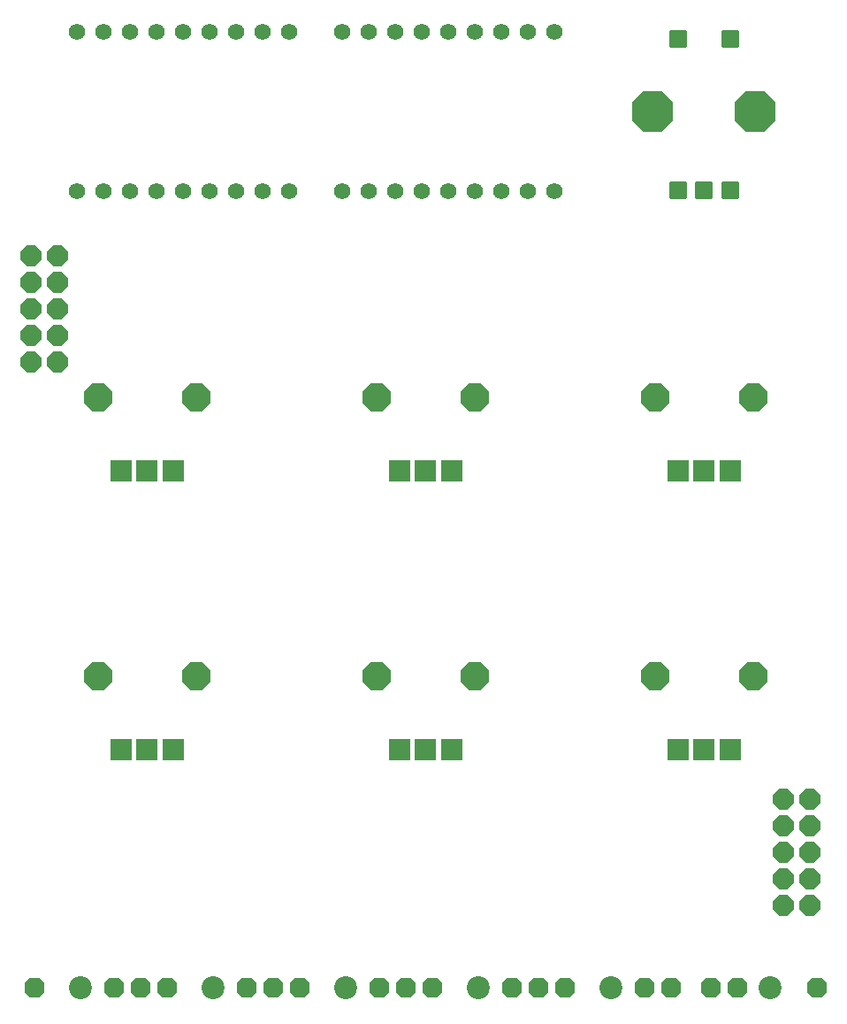
<source format=gbr>
%TF.GenerationSoftware,KiCad,Pcbnew,(6.0.11-0)*%
%TF.CreationDate,2023-03-06T23:16:56+01:00*%
%TF.ProjectId,braids,62726169-6473-42e6-9b69-6361645f7063,rev?*%
%TF.SameCoordinates,Original*%
%TF.FileFunction,Soldermask,Bot*%
%TF.FilePolarity,Negative*%
%FSLAX46Y46*%
G04 Gerber Fmt 4.6, Leading zero omitted, Abs format (unit mm)*
G04 Created by KiCad (PCBNEW (6.0.11-0)) date 2023-03-06 23:16:56*
%MOMM*%
%LPD*%
G01*
G04 APERTURE LIST*
G04 Aperture macros list*
%AMRoundRect*
0 Rectangle with rounded corners*
0 $1 Rounding radius*
0 $2 $3 $4 $5 $6 $7 $8 $9 X,Y pos of 4 corners*
0 Add a 4 corners polygon primitive as box body*
4,1,4,$2,$3,$4,$5,$6,$7,$8,$9,$2,$3,0*
0 Add four circle primitives for the rounded corners*
1,1,$1+$1,$2,$3*
1,1,$1+$1,$4,$5*
1,1,$1+$1,$6,$7*
1,1,$1+$1,$8,$9*
0 Add four rect primitives between the rounded corners*
20,1,$1+$1,$2,$3,$4,$5,0*
20,1,$1+$1,$4,$5,$6,$7,0*
20,1,$1+$1,$6,$7,$8,$9,0*
20,1,$1+$1,$8,$9,$2,$3,0*%
%AMFreePoly0*
4,1,25,0.575031,1.328373,0.579933,1.323882,1.323882,0.579933,1.345910,0.532692,1.346200,0.526051,1.346200,-0.526051,1.328373,-0.575031,1.323882,-0.579933,0.579933,-1.323882,0.532692,-1.345910,0.526051,-1.346200,-0.526051,-1.346200,-0.575031,-1.328373,-0.579933,-1.323882,-1.323882,-0.579933,-1.345910,-0.532692,-1.346200,-0.526051,-1.346200,0.526051,-1.328373,0.575031,-1.323882,0.579933,
-0.579933,1.323882,-0.532692,1.345910,-0.526051,1.346200,0.526051,1.346200,0.575031,1.328373,0.575031,1.328373,$1*%
%AMFreePoly1*
4,1,25,0.417216,0.947373,0.422118,0.942882,0.942882,0.422118,0.964910,0.374877,0.965200,0.368236,0.965200,-0.368236,0.947373,-0.417216,0.942882,-0.422118,0.422118,-0.942882,0.374877,-0.964910,0.368236,-0.965200,-0.368236,-0.965200,-0.417216,-0.947373,-0.422118,-0.942882,-0.942882,-0.422118,-0.964910,-0.374877,-0.965200,-0.368236,-0.965200,0.368236,-0.947373,0.417216,-0.942882,0.422118,
-0.422118,0.942882,-0.374877,0.964910,-0.368236,0.965200,0.368236,0.965200,0.417216,0.947373,0.417216,0.947373,$1*%
%AMFreePoly2*
4,1,25,0.839299,1.966373,0.844201,1.961882,1.961882,0.844201,1.983910,0.796960,1.984200,0.790319,1.984200,-0.790319,1.966373,-0.839299,1.961882,-0.844201,0.844201,-1.961882,0.796960,-1.983910,0.790319,-1.984200,-0.790319,-1.984200,-0.839299,-1.966373,-0.844201,-1.961882,-1.961882,-0.844201,-1.983910,-0.796960,-1.984200,-0.790319,-1.984200,0.790319,-1.966373,0.839299,-1.961882,0.844201,
-0.844201,1.961882,-0.796960,1.983910,-0.790319,1.984200,0.790319,1.984200,0.839299,1.966373,0.839299,1.966373,$1*%
%AMFreePoly3*
4,1,25,0.438258,0.998173,0.443160,0.993682,0.993682,0.443160,1.015710,0.395919,1.016000,0.389278,1.016000,-0.389278,0.998173,-0.438258,0.993682,-0.443160,0.443160,-0.993682,0.395919,-1.015710,0.389278,-1.016000,-0.389278,-1.016000,-0.438258,-0.998173,-0.443160,-0.993682,-0.993682,-0.443160,-1.015710,-0.395919,-1.016000,-0.389278,-1.016000,0.389278,-0.998173,0.438258,-0.993682,0.443160,
-0.443160,0.993682,-0.395919,1.015710,-0.389278,1.016000,0.389278,1.016000,0.438258,0.998173,0.438258,0.998173,$1*%
G04 Aperture macros list end*
%ADD10RoundRect,0.076200X0.939800X-0.939800X0.939800X0.939800X-0.939800X0.939800X-0.939800X-0.939800X0*%
%ADD11FreePoly0,90.000000*%
%ADD12C,2.200000*%
%ADD13FreePoly1,90.000000*%
%ADD14RoundRect,0.076200X-0.750000X-0.750000X0.750000X-0.750000X0.750000X0.750000X-0.750000X0.750000X0*%
%ADD15FreePoly2,0.000000*%
%ADD16C,1.574800*%
%ADD17FreePoly1,270.000000*%
%ADD18FreePoly3,270.000000*%
%ADD19FreePoly3,90.000000*%
G04 APERTURE END LIST*
D10*
%TO.C,R19*%
X124341100Y-102478600D03*
X121841100Y-102478600D03*
X119341100Y-102478600D03*
D11*
X126541100Y-95478600D03*
X117141100Y-95478600D03*
%TD*%
D10*
%TO.C,R36*%
X124341100Y-129148600D03*
X121841100Y-129148600D03*
X119341100Y-129148600D03*
D11*
X126541100Y-122148600D03*
X117141100Y-122148600D03*
%TD*%
D12*
%TO.C,J4*%
X153591100Y-151993600D03*
D13*
X159306100Y-151993600D03*
X156766100Y-151993600D03*
X149146100Y-151993600D03*
%TD*%
D12*
%TO.C,J3*%
X140891100Y-151993600D03*
D13*
X146606100Y-151993600D03*
X144066100Y-151993600D03*
X136446100Y-151993600D03*
%TD*%
D12*
%TO.C,J5*%
X166291100Y-151993600D03*
D13*
X172006100Y-151993600D03*
X169466100Y-151993600D03*
X161846100Y-151993600D03*
%TD*%
D12*
%TO.C,J1*%
X115491100Y-151993600D03*
D13*
X121206100Y-151993600D03*
X118666100Y-151993600D03*
X111046100Y-151993600D03*
%TD*%
D12*
%TO.C,J2*%
X128191100Y-151993600D03*
D13*
X133906100Y-151993600D03*
X131366100Y-151993600D03*
X123746100Y-151993600D03*
%TD*%
D14*
%TO.C,SW1*%
X172681100Y-75673600D03*
X177681100Y-75673600D03*
X175181100Y-75673600D03*
X172681100Y-61173600D03*
X177681100Y-61173600D03*
D15*
X170281100Y-68173600D03*
X180081100Y-68173600D03*
%TD*%
D10*
%TO.C,R20*%
X151011100Y-102478600D03*
X148511100Y-102478600D03*
X146011100Y-102478600D03*
D11*
X153211100Y-95478600D03*
X143811100Y-95478600D03*
%TD*%
D16*
%TO.C,DISP1*%
X115173600Y-75793600D03*
X117713600Y-75793600D03*
X120253600Y-75793600D03*
X122793600Y-75793600D03*
X125333600Y-75793600D03*
X127873600Y-75793600D03*
X130413600Y-75793600D03*
X132953600Y-75793600D03*
X135493600Y-75793600D03*
X135493600Y-60553600D03*
X132953600Y-60553600D03*
X130413600Y-60553600D03*
X127873600Y-60553600D03*
X125333600Y-60553600D03*
X122793600Y-60553600D03*
X120253600Y-60553600D03*
X117713600Y-60553600D03*
X115173600Y-60553600D03*
%TD*%
D10*
%TO.C,R38*%
X177681100Y-129148600D03*
X175181100Y-129148600D03*
X172681100Y-129148600D03*
D11*
X179881100Y-122148600D03*
X170481100Y-122148600D03*
%TD*%
D10*
%TO.C,R37*%
X151011100Y-129148600D03*
X148511100Y-129148600D03*
X146011100Y-129148600D03*
D11*
X153211100Y-122148600D03*
X143811100Y-122148600D03*
%TD*%
D10*
%TO.C,R21*%
X177681100Y-102478600D03*
X175181100Y-102478600D03*
X172681100Y-102478600D03*
D11*
X179881100Y-95478600D03*
X170481100Y-95478600D03*
%TD*%
D12*
%TO.C,J6*%
X181531100Y-151993600D03*
D17*
X175816100Y-151993600D03*
X178356100Y-151993600D03*
X185976100Y-151993600D03*
%TD*%
D16*
%TO.C,DISP2*%
X140573600Y-75793600D03*
X143113600Y-75793600D03*
X145653600Y-75793600D03*
X148193600Y-75793600D03*
X150733600Y-75793600D03*
X153273600Y-75793600D03*
X155813600Y-75793600D03*
X158353600Y-75793600D03*
X160893600Y-75793600D03*
X160893600Y-60553600D03*
X158353600Y-60553600D03*
X155813600Y-60553600D03*
X153273600Y-60553600D03*
X150733600Y-60553600D03*
X148193600Y-60553600D03*
X145653600Y-60553600D03*
X143113600Y-60553600D03*
X140573600Y-60553600D03*
%TD*%
D18*
%TO.C,JP1*%
X185341100Y-133896100D03*
X182801100Y-133896100D03*
X185341100Y-136436100D03*
X182801100Y-136436100D03*
X185341100Y-138976100D03*
X182801100Y-138976100D03*
X185341100Y-141516100D03*
X182801100Y-141516100D03*
X185341100Y-144056100D03*
X182801100Y-144056100D03*
%TD*%
D19*
%TO.C,JP2*%
X110730000Y-92120000D03*
X113270000Y-92120000D03*
X110730000Y-89580000D03*
X113270000Y-89580000D03*
X110730000Y-87040000D03*
X113270000Y-87040000D03*
X110730000Y-84500000D03*
X113270000Y-84500000D03*
X110730000Y-81960000D03*
X113270000Y-81960000D03*
%TD*%
M02*

</source>
